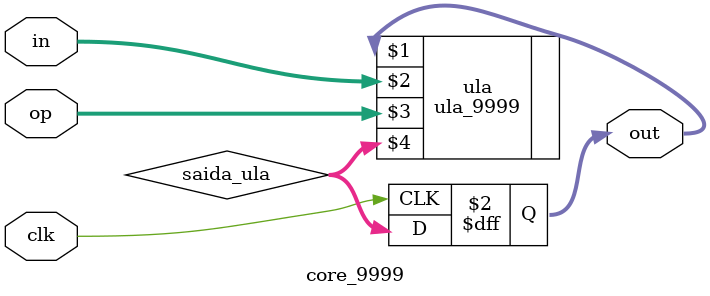
<source format=v>
module core_9999(
	input signed [14:0] in,
	input [1:0] op,
	input clk,
	output reg signed[14:0] out
);

wire signed [14:0] saida_ula;

ula_9999 ula(out, in, op, saida_ula);

always @ (posedge clk) out <= saida_ula;


endmodule

</source>
